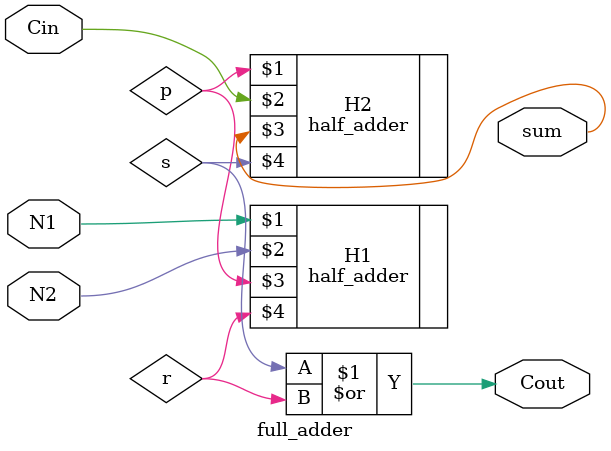
<source format=v>
`timescale 1ns/1ps

module full_adder(N1,N2,Cin,sum,Cout);
	input wire N1,N2;
	input wire Cin;
	output wire sum;
	output wire Cout;
	
	wire p;
	wire r,s;
	
	half_adder H1(N1,N2,p,r);
	half_adder H2(p,Cin,sum,s);
	assign Cout = s | r;
endmodule

</source>
